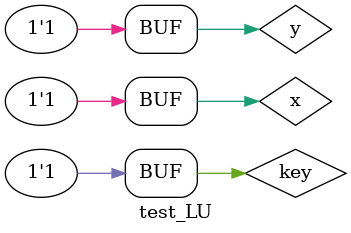
<source format=v>
   module LU (output s, input a, input b, input key);
   
   wire [1:0] c, d;
   
   // descrever por portas
   and AND1(c[0], a, b);
   or  OR1 (d[0], a, b);
   
   and AND2(c[1], c[0], key);
   and AND3(d[1], d[0], ~key);

   or OR2(s, c[1], d[1]);

   endmodule // f4

   module test_LU;
// ------------------------- definir dados
   reg x, y, key;
   LU modulo (z, x, y, key);

// ------------------------- parte principal
   initial begin
   $display("Exemplo0032 - Jenifer Henrique - 427420");
   $display("Test LU's module");
   $display("\n A | B | KEY | Resultado");
   $monitor("%1b    %1b    %1b    %1b ",x,y,key,z);
   
       //projetar testes do modulo
          x = 1'b0;   y = 1'b0;   key = 0;
       #1 x = 1'b0;   y = 4'b1;   key = 0;
       #1 x = 1'b1;   y = 4'b0;   key = 0;
       #1 x = 1'b1;   y = 4'b1;   key = 0;
       
       #1 x = 1'b0;   y = 1'b0;   key = 1;
       #1 x = 1'b0;   y = 4'b1;   key = 1;
       #1 x = 1'b1;   y = 4'b0;   key = 1;
       #1 x = 1'b1;   y = 4'b1;   key = 1;

   end
endmodule // test_f4
</source>
